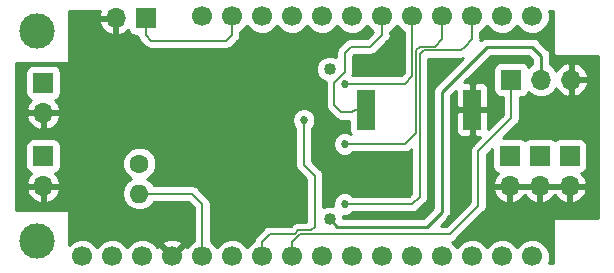
<source format=gbr>
G04 #@! TF.GenerationSoftware,KiCad,Pcbnew,(5.0.0-rc2-dev-444-g2974a2c10)*
G04 #@! TF.CreationDate,2018-10-05T22:12:32-07:00*
G04 #@! TF.ProjectId,retro meter v03,726574726F206D65746572207630332E,v03*
G04 #@! TF.SameCoordinates,Original*
G04 #@! TF.FileFunction,Copper,L2,Bot,Signal*
G04 #@! TF.FilePolarity,Positive*
%FSLAX46Y46*%
G04 Gerber Fmt 4.6, Leading zero omitted, Abs format (unit mm)*
G04 Created by KiCad (PCBNEW (5.0.0-rc2-dev-444-g2974a2c10)) date 10/05/18 22:12:32*
%MOMM*%
%LPD*%
G01*
G04 APERTURE LIST*
%ADD10C,3.000000*%
%ADD11C,1.700000*%
%ADD12O,1.700000X1.700000*%
%ADD13R,1.700000X1.700000*%
%ADD14C,1.600000*%
%ADD15O,1.600000X1.600000*%
%ADD16R,1.500000X3.400000*%
%ADD17C,0.685800*%
%ADD18C,1.016000*%
%ADD19C,0.152400*%
%ADD20C,0.254000*%
G04 APERTURE END LIST*
D10*
X105404800Y-95245000D03*
X105404800Y-113025000D03*
D11*
X147314800Y-93975000D03*
X144774800Y-93975000D03*
X142234800Y-93975000D03*
X139694800Y-93975000D03*
X137154800Y-93975000D03*
X134614800Y-93975000D03*
X132074800Y-93975000D03*
X129534800Y-93975000D03*
X126994800Y-93975000D03*
X124454800Y-93975000D03*
X121914800Y-93975000D03*
X119374800Y-93975000D03*
X147314800Y-114295000D03*
X144774800Y-114295000D03*
X142234800Y-114295000D03*
X139694800Y-114295000D03*
X137154800Y-114295000D03*
X134614800Y-114295000D03*
X132074800Y-114295000D03*
X129534800Y-114295000D03*
X126994800Y-114295000D03*
X124454800Y-114295000D03*
X121914800Y-114295000D03*
X119374800Y-114295000D03*
X116834800Y-114295000D03*
X114294800Y-114295000D03*
X111754800Y-114295000D03*
X109214800Y-114295000D03*
D12*
X105918000Y-102108000D03*
D13*
X105918000Y-99568000D03*
X114604800Y-94135000D03*
D12*
X112064800Y-94135000D03*
X150495000Y-108331000D03*
D13*
X150495000Y-105791000D03*
D12*
X150622000Y-99314000D03*
X148082000Y-99314000D03*
D13*
X145542000Y-99314000D03*
D12*
X105918000Y-108331000D03*
D13*
X105918000Y-105791000D03*
X145415000Y-105791000D03*
D12*
X145415000Y-108331000D03*
X147955000Y-108331000D03*
D13*
X147955000Y-105791000D03*
D14*
X114046000Y-106426000D03*
D15*
X114046000Y-108966000D03*
D16*
X142240000Y-101854000D03*
X133223000Y-101854000D03*
D17*
X122555000Y-102235000D03*
X140335000Y-111125000D03*
X139065000Y-99060000D03*
X135890000Y-95885000D03*
X125222000Y-99949000D03*
X129108200Y-101269800D03*
D18*
X130175000Y-98425000D03*
X130175000Y-111125000D03*
D17*
X131445000Y-109855000D03*
X127990600Y-102743000D03*
X131445000Y-99695000D03*
X131445000Y-104775000D03*
D19*
X114604800Y-94135000D02*
X114604800Y-95554800D01*
X114604800Y-95554800D02*
X115062000Y-96012000D01*
X115062000Y-96012000D02*
X121412000Y-96012000D01*
X121914800Y-95509200D02*
X121914800Y-93975000D01*
X121412000Y-96012000D02*
X121914800Y-95509200D01*
D20*
X130175000Y-98425000D02*
X130175000Y-98425000D01*
X130810000Y-111760000D02*
X130175000Y-111125000D01*
X138430000Y-111760000D02*
X130810000Y-111760000D01*
X148082000Y-97282000D02*
X147320000Y-96520000D01*
X148082000Y-99314000D02*
X148082000Y-97282000D01*
X147320000Y-96520000D02*
X143510000Y-96520000D01*
X143510000Y-96520000D02*
X139700000Y-100330000D01*
X139700000Y-100330000D02*
X139700000Y-110490000D01*
X139700000Y-110490000D02*
X138430000Y-111760000D01*
D19*
X119374800Y-114295000D02*
X119374800Y-113035200D01*
X119374800Y-113035200D02*
X119380000Y-113030000D01*
X119380000Y-113030000D02*
X119380000Y-109855000D01*
X118491000Y-108966000D02*
X114046000Y-108966000D01*
X119380000Y-109855000D02*
X118491000Y-108966000D01*
X142234800Y-93975000D02*
X142234800Y-95890200D01*
X142234800Y-95890200D02*
X141605000Y-96520000D01*
X141605000Y-96520000D02*
X141300190Y-96824810D01*
X141300190Y-96824810D02*
X138125190Y-96824810D01*
X138125190Y-96824810D02*
X137795000Y-97155000D01*
X137795000Y-97155000D02*
X137795000Y-103936066D01*
X137795000Y-103936066D02*
X137795000Y-109220000D01*
X137795000Y-109220000D02*
X137160000Y-109855000D01*
X137160000Y-109855000D02*
X131445000Y-109855000D01*
X127990600Y-106527600D02*
X127990600Y-102743000D01*
X128905000Y-107442000D02*
X127990600Y-106527600D01*
X128905000Y-111760000D02*
X128905000Y-107442000D01*
X124454800Y-113035200D02*
X125095000Y-112395000D01*
X124454800Y-114295000D02*
X124454800Y-113035200D01*
X125095000Y-112395000D02*
X127203934Y-112395000D01*
X127203934Y-112395000D02*
X127508743Y-112090191D01*
X127508743Y-112090191D02*
X128574809Y-112090191D01*
X128574809Y-112090191D02*
X128905000Y-111760000D01*
X134614800Y-95498800D02*
X134614800Y-93975000D01*
X133604000Y-96520000D02*
X134620000Y-95504000D01*
X131953000Y-96520000D02*
X133604000Y-96520000D01*
X130556000Y-101473000D02*
X130556000Y-99568000D01*
X130556000Y-99568000D02*
X131445000Y-98679000D01*
X131445000Y-98679000D02*
X131445000Y-97028000D01*
X134620000Y-95504000D02*
X134614800Y-95498800D01*
X131445000Y-97028000D02*
X131953000Y-96520000D01*
X132320600Y-101854000D02*
X132092000Y-102082600D01*
X133223000Y-101854000D02*
X132320600Y-101854000D01*
X131165600Y-102082600D02*
X130556000Y-101473000D01*
X132092000Y-102082600D02*
X131165600Y-102082600D01*
X137154800Y-93975000D02*
X137154800Y-95177081D01*
X137154800Y-95177081D02*
X137154800Y-99054800D01*
X137154800Y-99054800D02*
X136525000Y-99684600D01*
X136525000Y-99684600D02*
X131455400Y-99684600D01*
X139694800Y-95244800D02*
X139694800Y-93975000D01*
X139694800Y-95879800D02*
X139694800Y-95244800D01*
X139700000Y-95885000D02*
X139694800Y-95879800D01*
X139700000Y-95885000D02*
X139065000Y-96520000D01*
X139065000Y-96520000D02*
X138430000Y-96520000D01*
X137795000Y-96520000D02*
X137459610Y-96855390D01*
X138430000Y-96520000D02*
X137795000Y-96520000D01*
X137459610Y-96855390D02*
X137459610Y-103840390D01*
X137459610Y-103840390D02*
X136525000Y-104775000D01*
X136525000Y-104775000D02*
X131445000Y-104775000D01*
X131445000Y-104775000D02*
X131445000Y-104775000D01*
X145542000Y-102184200D02*
X145542000Y-99314000D01*
X145542000Y-102590600D02*
X145542000Y-102184200D01*
X126994800Y-113035200D02*
X127635000Y-112395000D01*
X126994800Y-114295000D02*
X126994800Y-113035200D01*
X127635000Y-112395000D02*
X140335000Y-112395000D01*
X140335000Y-112395000D02*
X142748000Y-109982000D01*
X142748000Y-109982000D02*
X142748000Y-105384600D01*
X142748000Y-105384600D02*
X145542000Y-102590600D01*
D20*
G36*
X149098000Y-97155000D02*
X149107667Y-97203601D01*
X149135197Y-97244803D01*
X149176399Y-97272333D01*
X149225000Y-97282000D01*
X152908000Y-97282000D01*
X152908000Y-110998000D01*
X149225000Y-110998000D01*
X149176399Y-111007667D01*
X149135197Y-111035197D01*
X149107667Y-111076399D01*
X149098000Y-111125000D01*
X149098000Y-114808000D01*
X148709661Y-114808000D01*
X148799800Y-114590385D01*
X148799800Y-113999615D01*
X148573722Y-113453815D01*
X148155985Y-113036078D01*
X147610185Y-112810000D01*
X147019415Y-112810000D01*
X146473615Y-113036078D01*
X146055878Y-113453815D01*
X146044800Y-113480560D01*
X146033722Y-113453815D01*
X145615985Y-113036078D01*
X145070185Y-112810000D01*
X144479415Y-112810000D01*
X143933615Y-113036078D01*
X143515878Y-113453815D01*
X143504800Y-113480560D01*
X143493722Y-113453815D01*
X143075985Y-113036078D01*
X142530185Y-112810000D01*
X141939415Y-112810000D01*
X141393615Y-113036078D01*
X140975878Y-113453815D01*
X140964800Y-113480560D01*
X140953722Y-113453815D01*
X140572749Y-113072842D01*
X140612496Y-113064936D01*
X140847746Y-112907746D01*
X140887424Y-112848364D01*
X143201369Y-110534420D01*
X143260745Y-110494746D01*
X143300420Y-110435369D01*
X143300424Y-110435365D01*
X143417935Y-110259498D01*
X143417935Y-110259497D01*
X143417936Y-110259496D01*
X143459200Y-110052046D01*
X143459200Y-110052043D01*
X143473132Y-109982001D01*
X143459200Y-109911959D01*
X143459200Y-108687890D01*
X143973524Y-108687890D01*
X144143355Y-109097924D01*
X144533642Y-109526183D01*
X145058108Y-109772486D01*
X145288000Y-109651819D01*
X145288000Y-108458000D01*
X145542000Y-108458000D01*
X145542000Y-109651819D01*
X145771892Y-109772486D01*
X146296358Y-109526183D01*
X146685000Y-109099729D01*
X147073642Y-109526183D01*
X147598108Y-109772486D01*
X147828000Y-109651819D01*
X147828000Y-108458000D01*
X148082000Y-108458000D01*
X148082000Y-109651819D01*
X148311892Y-109772486D01*
X148836358Y-109526183D01*
X149225000Y-109099729D01*
X149613642Y-109526183D01*
X150138108Y-109772486D01*
X150368000Y-109651819D01*
X150368000Y-108458000D01*
X150622000Y-108458000D01*
X150622000Y-109651819D01*
X150851892Y-109772486D01*
X151376358Y-109526183D01*
X151766645Y-109097924D01*
X151936476Y-108687890D01*
X151815155Y-108458000D01*
X150622000Y-108458000D01*
X150368000Y-108458000D01*
X148082000Y-108458000D01*
X147828000Y-108458000D01*
X145542000Y-108458000D01*
X145288000Y-108458000D01*
X144094845Y-108458000D01*
X143973524Y-108687890D01*
X143459200Y-108687890D01*
X143459200Y-105679188D01*
X143917560Y-105220828D01*
X143917560Y-106641000D01*
X143966843Y-106888765D01*
X144107191Y-107098809D01*
X144317235Y-107239157D01*
X144420708Y-107259739D01*
X144143355Y-107564076D01*
X143973524Y-107974110D01*
X144094845Y-108204000D01*
X145288000Y-108204000D01*
X145288000Y-108184000D01*
X145542000Y-108184000D01*
X145542000Y-108204000D01*
X147828000Y-108204000D01*
X147828000Y-108184000D01*
X148082000Y-108184000D01*
X148082000Y-108204000D01*
X150368000Y-108204000D01*
X150368000Y-108184000D01*
X150622000Y-108184000D01*
X150622000Y-108204000D01*
X151815155Y-108204000D01*
X151936476Y-107974110D01*
X151766645Y-107564076D01*
X151489292Y-107259739D01*
X151592765Y-107239157D01*
X151802809Y-107098809D01*
X151943157Y-106888765D01*
X151992440Y-106641000D01*
X151992440Y-104941000D01*
X151943157Y-104693235D01*
X151802809Y-104483191D01*
X151592765Y-104342843D01*
X151345000Y-104293560D01*
X149645000Y-104293560D01*
X149397235Y-104342843D01*
X149225000Y-104457928D01*
X149052765Y-104342843D01*
X148805000Y-104293560D01*
X147105000Y-104293560D01*
X146857235Y-104342843D01*
X146685000Y-104457928D01*
X146512765Y-104342843D01*
X146265000Y-104293560D01*
X144844829Y-104293560D01*
X145995369Y-103143020D01*
X146054745Y-103103346D01*
X146094420Y-103043969D01*
X146094424Y-103043965D01*
X146189232Y-102902074D01*
X146211936Y-102868096D01*
X146253200Y-102660646D01*
X146253200Y-102660642D01*
X146267132Y-102590600D01*
X146253200Y-102520558D01*
X146253200Y-100811440D01*
X146392000Y-100811440D01*
X146639765Y-100762157D01*
X146849809Y-100621809D01*
X146990157Y-100411765D01*
X146999184Y-100366381D01*
X147011375Y-100384625D01*
X147502582Y-100712839D01*
X147935744Y-100799000D01*
X148228256Y-100799000D01*
X148661418Y-100712839D01*
X149152625Y-100384625D01*
X149365843Y-100065522D01*
X149426817Y-100195358D01*
X149855076Y-100585645D01*
X150265110Y-100755476D01*
X150495000Y-100634155D01*
X150495000Y-99441000D01*
X150749000Y-99441000D01*
X150749000Y-100634155D01*
X150978890Y-100755476D01*
X151388924Y-100585645D01*
X151817183Y-100195358D01*
X152063486Y-99670892D01*
X151942819Y-99441000D01*
X150749000Y-99441000D01*
X150495000Y-99441000D01*
X150475000Y-99441000D01*
X150475000Y-99187000D01*
X150495000Y-99187000D01*
X150495000Y-97993845D01*
X150749000Y-97993845D01*
X150749000Y-99187000D01*
X151942819Y-99187000D01*
X152063486Y-98957108D01*
X151817183Y-98432642D01*
X151388924Y-98042355D01*
X150978890Y-97872524D01*
X150749000Y-97993845D01*
X150495000Y-97993845D01*
X150265110Y-97872524D01*
X149855076Y-98042355D01*
X149426817Y-98432642D01*
X149365843Y-98562478D01*
X149152625Y-98243375D01*
X148844000Y-98037158D01*
X148844000Y-97357047D01*
X148858928Y-97282000D01*
X148823185Y-97102308D01*
X148799788Y-96984683D01*
X148631371Y-96732629D01*
X148567749Y-96690118D01*
X147911883Y-96034253D01*
X147869371Y-95970629D01*
X147617317Y-95802212D01*
X147395048Y-95758000D01*
X147395043Y-95758000D01*
X147320000Y-95743073D01*
X147244957Y-95758000D01*
X143585047Y-95758000D01*
X143510000Y-95743072D01*
X143434953Y-95758000D01*
X143434952Y-95758000D01*
X143212683Y-95802212D01*
X142960629Y-95970629D01*
X142936858Y-96006204D01*
X142946000Y-95960246D01*
X142946000Y-95960242D01*
X142959932Y-95890200D01*
X142946000Y-95820158D01*
X142946000Y-95287764D01*
X143075985Y-95233922D01*
X143493722Y-94816185D01*
X143504800Y-94789440D01*
X143515878Y-94816185D01*
X143933615Y-95233922D01*
X144479415Y-95460000D01*
X145070185Y-95460000D01*
X145615985Y-95233922D01*
X146033722Y-94816185D01*
X146044800Y-94789440D01*
X146055878Y-94816185D01*
X146473615Y-95233922D01*
X147019415Y-95460000D01*
X147610185Y-95460000D01*
X148155985Y-95233922D01*
X148573722Y-94816185D01*
X148799800Y-94270385D01*
X148799800Y-93679615D01*
X148713803Y-93472000D01*
X149098000Y-93472000D01*
X149098000Y-97155000D01*
X149098000Y-97155000D01*
G37*
X149098000Y-97155000D02*
X149107667Y-97203601D01*
X149135197Y-97244803D01*
X149176399Y-97272333D01*
X149225000Y-97282000D01*
X152908000Y-97282000D01*
X152908000Y-110998000D01*
X149225000Y-110998000D01*
X149176399Y-111007667D01*
X149135197Y-111035197D01*
X149107667Y-111076399D01*
X149098000Y-111125000D01*
X149098000Y-114808000D01*
X148709661Y-114808000D01*
X148799800Y-114590385D01*
X148799800Y-113999615D01*
X148573722Y-113453815D01*
X148155985Y-113036078D01*
X147610185Y-112810000D01*
X147019415Y-112810000D01*
X146473615Y-113036078D01*
X146055878Y-113453815D01*
X146044800Y-113480560D01*
X146033722Y-113453815D01*
X145615985Y-113036078D01*
X145070185Y-112810000D01*
X144479415Y-112810000D01*
X143933615Y-113036078D01*
X143515878Y-113453815D01*
X143504800Y-113480560D01*
X143493722Y-113453815D01*
X143075985Y-113036078D01*
X142530185Y-112810000D01*
X141939415Y-112810000D01*
X141393615Y-113036078D01*
X140975878Y-113453815D01*
X140964800Y-113480560D01*
X140953722Y-113453815D01*
X140572749Y-113072842D01*
X140612496Y-113064936D01*
X140847746Y-112907746D01*
X140887424Y-112848364D01*
X143201369Y-110534420D01*
X143260745Y-110494746D01*
X143300420Y-110435369D01*
X143300424Y-110435365D01*
X143417935Y-110259498D01*
X143417935Y-110259497D01*
X143417936Y-110259496D01*
X143459200Y-110052046D01*
X143459200Y-110052043D01*
X143473132Y-109982001D01*
X143459200Y-109911959D01*
X143459200Y-108687890D01*
X143973524Y-108687890D01*
X144143355Y-109097924D01*
X144533642Y-109526183D01*
X145058108Y-109772486D01*
X145288000Y-109651819D01*
X145288000Y-108458000D01*
X145542000Y-108458000D01*
X145542000Y-109651819D01*
X145771892Y-109772486D01*
X146296358Y-109526183D01*
X146685000Y-109099729D01*
X147073642Y-109526183D01*
X147598108Y-109772486D01*
X147828000Y-109651819D01*
X147828000Y-108458000D01*
X148082000Y-108458000D01*
X148082000Y-109651819D01*
X148311892Y-109772486D01*
X148836358Y-109526183D01*
X149225000Y-109099729D01*
X149613642Y-109526183D01*
X150138108Y-109772486D01*
X150368000Y-109651819D01*
X150368000Y-108458000D01*
X150622000Y-108458000D01*
X150622000Y-109651819D01*
X150851892Y-109772486D01*
X151376358Y-109526183D01*
X151766645Y-109097924D01*
X151936476Y-108687890D01*
X151815155Y-108458000D01*
X150622000Y-108458000D01*
X150368000Y-108458000D01*
X148082000Y-108458000D01*
X147828000Y-108458000D01*
X145542000Y-108458000D01*
X145288000Y-108458000D01*
X144094845Y-108458000D01*
X143973524Y-108687890D01*
X143459200Y-108687890D01*
X143459200Y-105679188D01*
X143917560Y-105220828D01*
X143917560Y-106641000D01*
X143966843Y-106888765D01*
X144107191Y-107098809D01*
X144317235Y-107239157D01*
X144420708Y-107259739D01*
X144143355Y-107564076D01*
X143973524Y-107974110D01*
X144094845Y-108204000D01*
X145288000Y-108204000D01*
X145288000Y-108184000D01*
X145542000Y-108184000D01*
X145542000Y-108204000D01*
X147828000Y-108204000D01*
X147828000Y-108184000D01*
X148082000Y-108184000D01*
X148082000Y-108204000D01*
X150368000Y-108204000D01*
X150368000Y-108184000D01*
X150622000Y-108184000D01*
X150622000Y-108204000D01*
X151815155Y-108204000D01*
X151936476Y-107974110D01*
X151766645Y-107564076D01*
X151489292Y-107259739D01*
X151592765Y-107239157D01*
X151802809Y-107098809D01*
X151943157Y-106888765D01*
X151992440Y-106641000D01*
X151992440Y-104941000D01*
X151943157Y-104693235D01*
X151802809Y-104483191D01*
X151592765Y-104342843D01*
X151345000Y-104293560D01*
X149645000Y-104293560D01*
X149397235Y-104342843D01*
X149225000Y-104457928D01*
X149052765Y-104342843D01*
X148805000Y-104293560D01*
X147105000Y-104293560D01*
X146857235Y-104342843D01*
X146685000Y-104457928D01*
X146512765Y-104342843D01*
X146265000Y-104293560D01*
X144844829Y-104293560D01*
X145995369Y-103143020D01*
X146054745Y-103103346D01*
X146094420Y-103043969D01*
X146094424Y-103043965D01*
X146189232Y-102902074D01*
X146211936Y-102868096D01*
X146253200Y-102660646D01*
X146253200Y-102660642D01*
X146267132Y-102590600D01*
X146253200Y-102520558D01*
X146253200Y-100811440D01*
X146392000Y-100811440D01*
X146639765Y-100762157D01*
X146849809Y-100621809D01*
X146990157Y-100411765D01*
X146999184Y-100366381D01*
X147011375Y-100384625D01*
X147502582Y-100712839D01*
X147935744Y-100799000D01*
X148228256Y-100799000D01*
X148661418Y-100712839D01*
X149152625Y-100384625D01*
X149365843Y-100065522D01*
X149426817Y-100195358D01*
X149855076Y-100585645D01*
X150265110Y-100755476D01*
X150495000Y-100634155D01*
X150495000Y-99441000D01*
X150749000Y-99441000D01*
X150749000Y-100634155D01*
X150978890Y-100755476D01*
X151388924Y-100585645D01*
X151817183Y-100195358D01*
X152063486Y-99670892D01*
X151942819Y-99441000D01*
X150749000Y-99441000D01*
X150495000Y-99441000D01*
X150475000Y-99441000D01*
X150475000Y-99187000D01*
X150495000Y-99187000D01*
X150495000Y-97993845D01*
X150749000Y-97993845D01*
X150749000Y-99187000D01*
X151942819Y-99187000D01*
X152063486Y-98957108D01*
X151817183Y-98432642D01*
X151388924Y-98042355D01*
X150978890Y-97872524D01*
X150749000Y-97993845D01*
X150495000Y-97993845D01*
X150265110Y-97872524D01*
X149855076Y-98042355D01*
X149426817Y-98432642D01*
X149365843Y-98562478D01*
X149152625Y-98243375D01*
X148844000Y-98037158D01*
X148844000Y-97357047D01*
X148858928Y-97282000D01*
X148823185Y-97102308D01*
X148799788Y-96984683D01*
X148631371Y-96732629D01*
X148567749Y-96690118D01*
X147911883Y-96034253D01*
X147869371Y-95970629D01*
X147617317Y-95802212D01*
X147395048Y-95758000D01*
X147395043Y-95758000D01*
X147320000Y-95743073D01*
X147244957Y-95758000D01*
X143585047Y-95758000D01*
X143510000Y-95743072D01*
X143434953Y-95758000D01*
X143434952Y-95758000D01*
X143212683Y-95802212D01*
X142960629Y-95970629D01*
X142936858Y-96006204D01*
X142946000Y-95960246D01*
X142946000Y-95960242D01*
X142959932Y-95890200D01*
X142946000Y-95820158D01*
X142946000Y-95287764D01*
X143075985Y-95233922D01*
X143493722Y-94816185D01*
X143504800Y-94789440D01*
X143515878Y-94816185D01*
X143933615Y-95233922D01*
X144479415Y-95460000D01*
X145070185Y-95460000D01*
X145615985Y-95233922D01*
X146033722Y-94816185D01*
X146044800Y-94789440D01*
X146055878Y-94816185D01*
X146473615Y-95233922D01*
X147019415Y-95460000D01*
X147610185Y-95460000D01*
X148155985Y-95233922D01*
X148573722Y-94816185D01*
X148799800Y-94270385D01*
X148799800Y-93679615D01*
X148713803Y-93472000D01*
X149098000Y-93472000D01*
X149098000Y-97155000D01*
G36*
X110623314Y-93778108D02*
X110743981Y-94008000D01*
X111937800Y-94008000D01*
X111937800Y-93988000D01*
X112191800Y-93988000D01*
X112191800Y-94008000D01*
X112211800Y-94008000D01*
X112211800Y-94262000D01*
X112191800Y-94262000D01*
X112191800Y-95455155D01*
X112421690Y-95576476D01*
X112831724Y-95406645D01*
X113136061Y-95129292D01*
X113156643Y-95232765D01*
X113296991Y-95442809D01*
X113507035Y-95583157D01*
X113754800Y-95632440D01*
X113895111Y-95632440D01*
X113934865Y-95832296D01*
X114052376Y-96008164D01*
X114052379Y-96008167D01*
X114092055Y-96067546D01*
X114151434Y-96107222D01*
X114509578Y-96465366D01*
X114549254Y-96524746D01*
X114608633Y-96564422D01*
X114608635Y-96564424D01*
X114784502Y-96681935D01*
X114784503Y-96681935D01*
X114784504Y-96681936D01*
X114991954Y-96723200D01*
X114991957Y-96723200D01*
X115061999Y-96737132D01*
X115132041Y-96723200D01*
X121341959Y-96723200D01*
X121412000Y-96737132D01*
X121482041Y-96723200D01*
X121482046Y-96723200D01*
X121689496Y-96681936D01*
X121924746Y-96524746D01*
X121964424Y-96465364D01*
X122368168Y-96061620D01*
X122427545Y-96021946D01*
X122467220Y-95962569D01*
X122467224Y-95962565D01*
X122574368Y-95802212D01*
X122584736Y-95786696D01*
X122626000Y-95579246D01*
X122626000Y-95579242D01*
X122639932Y-95509200D01*
X122626000Y-95439158D01*
X122626000Y-95287764D01*
X122755985Y-95233922D01*
X123173722Y-94816185D01*
X123184800Y-94789440D01*
X123195878Y-94816185D01*
X123613615Y-95233922D01*
X124159415Y-95460000D01*
X124750185Y-95460000D01*
X125295985Y-95233922D01*
X125713722Y-94816185D01*
X125724800Y-94789440D01*
X125735878Y-94816185D01*
X126153615Y-95233922D01*
X126699415Y-95460000D01*
X127290185Y-95460000D01*
X127835985Y-95233922D01*
X128253722Y-94816185D01*
X128264800Y-94789440D01*
X128275878Y-94816185D01*
X128693615Y-95233922D01*
X129239415Y-95460000D01*
X129830185Y-95460000D01*
X130375985Y-95233922D01*
X130793722Y-94816185D01*
X130804800Y-94789440D01*
X130815878Y-94816185D01*
X131233615Y-95233922D01*
X131779415Y-95460000D01*
X132370185Y-95460000D01*
X132915985Y-95233922D01*
X133333722Y-94816185D01*
X133344800Y-94789440D01*
X133355878Y-94816185D01*
X133773615Y-95233922D01*
X133851874Y-95266338D01*
X133309412Y-95808800D01*
X132023041Y-95808800D01*
X131952999Y-95794868D01*
X131882957Y-95808800D01*
X131882954Y-95808800D01*
X131675504Y-95850064D01*
X131675503Y-95850065D01*
X131675502Y-95850065D01*
X131597456Y-95902214D01*
X131440254Y-96007254D01*
X131400576Y-96066636D01*
X130991634Y-96475578D01*
X130932255Y-96515254D01*
X130892579Y-96574633D01*
X130892576Y-96574636D01*
X130775065Y-96750504D01*
X130719868Y-97028000D01*
X130733801Y-97098046D01*
X130733801Y-97419288D01*
X130402357Y-97282000D01*
X129947643Y-97282000D01*
X129527542Y-97456011D01*
X129206011Y-97777542D01*
X129032000Y-98197643D01*
X129032000Y-98652357D01*
X129206011Y-99072458D01*
X129527542Y-99393989D01*
X129839757Y-99523312D01*
X129830868Y-99568000D01*
X129844801Y-99638046D01*
X129844800Y-101402958D01*
X129830868Y-101473000D01*
X129844800Y-101543041D01*
X129844800Y-101543045D01*
X129886064Y-101750495D01*
X129886065Y-101750496D01*
X130003576Y-101926364D01*
X130003578Y-101926366D01*
X130043254Y-101985745D01*
X130102633Y-102025422D01*
X130613178Y-102535967D01*
X130652854Y-102595346D01*
X130712233Y-102635022D01*
X130712235Y-102635024D01*
X130804907Y-102696945D01*
X130888104Y-102752536D01*
X131095554Y-102793800D01*
X131095558Y-102793800D01*
X131165600Y-102807732D01*
X131235642Y-102793800D01*
X131825560Y-102793800D01*
X131825560Y-103554000D01*
X131874843Y-103801765D01*
X131960590Y-103930094D01*
X131639516Y-103797100D01*
X131250484Y-103797100D01*
X130891064Y-103945977D01*
X130615977Y-104221064D01*
X130467100Y-104580484D01*
X130467100Y-104969516D01*
X130615977Y-105328936D01*
X130891064Y-105604023D01*
X131250484Y-105752900D01*
X131639516Y-105752900D01*
X131998936Y-105604023D01*
X132116759Y-105486200D01*
X136454959Y-105486200D01*
X136525000Y-105500132D01*
X136595041Y-105486200D01*
X136595046Y-105486200D01*
X136802496Y-105444936D01*
X137037746Y-105287746D01*
X137077424Y-105228364D01*
X137083800Y-105221988D01*
X137083801Y-108925410D01*
X136865412Y-109143800D01*
X132116759Y-109143800D01*
X131998936Y-109025977D01*
X131639516Y-108877100D01*
X131250484Y-108877100D01*
X130891064Y-109025977D01*
X130615977Y-109301064D01*
X130467100Y-109660484D01*
X130467100Y-110008817D01*
X130402357Y-109982000D01*
X129947643Y-109982000D01*
X129616200Y-110119288D01*
X129616200Y-107512042D01*
X129630132Y-107442000D01*
X129616200Y-107371958D01*
X129616200Y-107371954D01*
X129574936Y-107164504D01*
X129491975Y-107040345D01*
X129457424Y-106988635D01*
X129457422Y-106988633D01*
X129417746Y-106929254D01*
X129358367Y-106889578D01*
X128701800Y-106233012D01*
X128701800Y-103414759D01*
X128819623Y-103296936D01*
X128968500Y-102937516D01*
X128968500Y-102548484D01*
X128819623Y-102189064D01*
X128544536Y-101913977D01*
X128185116Y-101765100D01*
X127796084Y-101765100D01*
X127436664Y-101913977D01*
X127161577Y-102189064D01*
X127012700Y-102548484D01*
X127012700Y-102937516D01*
X127161577Y-103296936D01*
X127279401Y-103414760D01*
X127279400Y-106457558D01*
X127265468Y-106527600D01*
X127279400Y-106597641D01*
X127279400Y-106597645D01*
X127320664Y-106805095D01*
X127320665Y-106805096D01*
X127438176Y-106980964D01*
X127438178Y-106980966D01*
X127477854Y-107040345D01*
X127537234Y-107080022D01*
X128193801Y-107736590D01*
X128193800Y-111378991D01*
X127578784Y-111378991D01*
X127508742Y-111365059D01*
X127438700Y-111378991D01*
X127438697Y-111378991D01*
X127231247Y-111420255D01*
X127231246Y-111420256D01*
X127231245Y-111420256D01*
X127228161Y-111422317D01*
X126995997Y-111577445D01*
X126956319Y-111636827D01*
X126909346Y-111683800D01*
X125165042Y-111683800D01*
X125095000Y-111669868D01*
X125024958Y-111683800D01*
X125024954Y-111683800D01*
X124817504Y-111725064D01*
X124817502Y-111725065D01*
X124817503Y-111725065D01*
X124641635Y-111842576D01*
X124641633Y-111842578D01*
X124582254Y-111882254D01*
X124542578Y-111941633D01*
X124001434Y-112482778D01*
X123942055Y-112522454D01*
X123902379Y-112581833D01*
X123902376Y-112581836D01*
X123784865Y-112757704D01*
X123739898Y-112983770D01*
X123613615Y-113036078D01*
X123195878Y-113453815D01*
X123184800Y-113480560D01*
X123173722Y-113453815D01*
X122755985Y-113036078D01*
X122210185Y-112810000D01*
X121619415Y-112810000D01*
X121073615Y-113036078D01*
X120655878Y-113453815D01*
X120644800Y-113480560D01*
X120633722Y-113453815D01*
X120215985Y-113036078D01*
X120096496Y-112986584D01*
X120091200Y-112959958D01*
X120091200Y-109925042D01*
X120105132Y-109855000D01*
X120091200Y-109784958D01*
X120091200Y-109784954D01*
X120049936Y-109577504D01*
X119977605Y-109469254D01*
X119932424Y-109401635D01*
X119932422Y-109401633D01*
X119892746Y-109342254D01*
X119833367Y-109302578D01*
X119043424Y-108512636D01*
X119003746Y-108453254D01*
X118768496Y-108296064D01*
X118561046Y-108254800D01*
X118561041Y-108254800D01*
X118491000Y-108240868D01*
X118420959Y-108254800D01*
X115296651Y-108254800D01*
X115080577Y-107931423D01*
X114728832Y-107696394D01*
X114858862Y-107642534D01*
X115262534Y-107238862D01*
X115481000Y-106711439D01*
X115481000Y-106140561D01*
X115262534Y-105613138D01*
X114858862Y-105209466D01*
X114331439Y-104991000D01*
X113760561Y-104991000D01*
X113233138Y-105209466D01*
X112829466Y-105613138D01*
X112611000Y-106140561D01*
X112611000Y-106711439D01*
X112829466Y-107238862D01*
X113233138Y-107642534D01*
X113363168Y-107696394D01*
X113011423Y-107931423D01*
X112694260Y-108406091D01*
X112582887Y-108966000D01*
X112694260Y-109525909D01*
X113011423Y-110000577D01*
X113486091Y-110317740D01*
X113904667Y-110401000D01*
X114187333Y-110401000D01*
X114605909Y-110317740D01*
X115080577Y-110000577D01*
X115296651Y-109677200D01*
X118196412Y-109677200D01*
X118668801Y-110149590D01*
X118668800Y-112939016D01*
X118659898Y-112983770D01*
X118533615Y-113036078D01*
X118115878Y-113453815D01*
X118096645Y-113500247D01*
X117878758Y-113430647D01*
X117014405Y-114295000D01*
X117028548Y-114309143D01*
X116848943Y-114488748D01*
X116834800Y-114474605D01*
X116820658Y-114488748D01*
X116641053Y-114309143D01*
X116655195Y-114295000D01*
X115790842Y-113430647D01*
X115572955Y-113500247D01*
X115553722Y-113453815D01*
X115350949Y-113251042D01*
X115970447Y-113251042D01*
X116834800Y-114115395D01*
X117699153Y-113251042D01*
X117618880Y-112999741D01*
X117063521Y-112798282D01*
X116473342Y-112824685D01*
X116050720Y-112999741D01*
X115970447Y-113251042D01*
X115350949Y-113251042D01*
X115135985Y-113036078D01*
X114590185Y-112810000D01*
X113999415Y-112810000D01*
X113453615Y-113036078D01*
X113035878Y-113453815D01*
X113024800Y-113480560D01*
X113013722Y-113453815D01*
X112595985Y-113036078D01*
X112050185Y-112810000D01*
X111459415Y-112810000D01*
X110913615Y-113036078D01*
X110495878Y-113453815D01*
X110484800Y-113480560D01*
X110473722Y-113453815D01*
X110055985Y-113036078D01*
X109510185Y-112810000D01*
X108919415Y-112810000D01*
X108373615Y-113036078D01*
X108077000Y-113332693D01*
X108077000Y-110490000D01*
X108067333Y-110441399D01*
X108039803Y-110400197D01*
X107998601Y-110372667D01*
X107950000Y-110363000D01*
X103632000Y-110363000D01*
X103632000Y-108687890D01*
X104476524Y-108687890D01*
X104646355Y-109097924D01*
X105036642Y-109526183D01*
X105561108Y-109772486D01*
X105791000Y-109651819D01*
X105791000Y-108458000D01*
X106045000Y-108458000D01*
X106045000Y-109651819D01*
X106274892Y-109772486D01*
X106799358Y-109526183D01*
X107189645Y-109097924D01*
X107359476Y-108687890D01*
X107238155Y-108458000D01*
X106045000Y-108458000D01*
X105791000Y-108458000D01*
X104597845Y-108458000D01*
X104476524Y-108687890D01*
X103632000Y-108687890D01*
X103632000Y-104941000D01*
X104420560Y-104941000D01*
X104420560Y-106641000D01*
X104469843Y-106888765D01*
X104610191Y-107098809D01*
X104820235Y-107239157D01*
X104923708Y-107259739D01*
X104646355Y-107564076D01*
X104476524Y-107974110D01*
X104597845Y-108204000D01*
X105791000Y-108204000D01*
X105791000Y-108184000D01*
X106045000Y-108184000D01*
X106045000Y-108204000D01*
X107238155Y-108204000D01*
X107359476Y-107974110D01*
X107189645Y-107564076D01*
X106912292Y-107259739D01*
X107015765Y-107239157D01*
X107225809Y-107098809D01*
X107366157Y-106888765D01*
X107415440Y-106641000D01*
X107415440Y-104941000D01*
X107366157Y-104693235D01*
X107225809Y-104483191D01*
X107015765Y-104342843D01*
X106768000Y-104293560D01*
X105068000Y-104293560D01*
X104820235Y-104342843D01*
X104610191Y-104483191D01*
X104469843Y-104693235D01*
X104420560Y-104941000D01*
X103632000Y-104941000D01*
X103632000Y-102464890D01*
X104476524Y-102464890D01*
X104646355Y-102874924D01*
X105036642Y-103303183D01*
X105561108Y-103549486D01*
X105791000Y-103428819D01*
X105791000Y-102235000D01*
X106045000Y-102235000D01*
X106045000Y-103428819D01*
X106274892Y-103549486D01*
X106799358Y-103303183D01*
X107189645Y-102874924D01*
X107359476Y-102464890D01*
X107238155Y-102235000D01*
X106045000Y-102235000D01*
X105791000Y-102235000D01*
X104597845Y-102235000D01*
X104476524Y-102464890D01*
X103632000Y-102464890D01*
X103632000Y-98718000D01*
X104420560Y-98718000D01*
X104420560Y-100418000D01*
X104469843Y-100665765D01*
X104610191Y-100875809D01*
X104820235Y-101016157D01*
X104923708Y-101036739D01*
X104646355Y-101341076D01*
X104476524Y-101751110D01*
X104597845Y-101981000D01*
X105791000Y-101981000D01*
X105791000Y-101961000D01*
X106045000Y-101961000D01*
X106045000Y-101981000D01*
X107238155Y-101981000D01*
X107359476Y-101751110D01*
X107189645Y-101341076D01*
X106912292Y-101036739D01*
X107015765Y-101016157D01*
X107225809Y-100875809D01*
X107366157Y-100665765D01*
X107415440Y-100418000D01*
X107415440Y-98718000D01*
X107366157Y-98470235D01*
X107225809Y-98260191D01*
X107015765Y-98119843D01*
X106768000Y-98070560D01*
X105068000Y-98070560D01*
X104820235Y-98119843D01*
X104610191Y-98260191D01*
X104469843Y-98470235D01*
X104420560Y-98718000D01*
X103632000Y-98718000D01*
X103632000Y-97917000D01*
X107950000Y-97917000D01*
X107998601Y-97907333D01*
X108039803Y-97879803D01*
X108067333Y-97838601D01*
X108077000Y-97790000D01*
X108077000Y-94491892D01*
X110623314Y-94491892D01*
X110869617Y-95016358D01*
X111297876Y-95406645D01*
X111707910Y-95576476D01*
X111937800Y-95455155D01*
X111937800Y-94262000D01*
X110743981Y-94262000D01*
X110623314Y-94491892D01*
X108077000Y-94491892D01*
X108077000Y-93472000D01*
X110767070Y-93472000D01*
X110623314Y-93778108D01*
X110623314Y-93778108D01*
G37*
X110623314Y-93778108D02*
X110743981Y-94008000D01*
X111937800Y-94008000D01*
X111937800Y-93988000D01*
X112191800Y-93988000D01*
X112191800Y-94008000D01*
X112211800Y-94008000D01*
X112211800Y-94262000D01*
X112191800Y-94262000D01*
X112191800Y-95455155D01*
X112421690Y-95576476D01*
X112831724Y-95406645D01*
X113136061Y-95129292D01*
X113156643Y-95232765D01*
X113296991Y-95442809D01*
X113507035Y-95583157D01*
X113754800Y-95632440D01*
X113895111Y-95632440D01*
X113934865Y-95832296D01*
X114052376Y-96008164D01*
X114052379Y-96008167D01*
X114092055Y-96067546D01*
X114151434Y-96107222D01*
X114509578Y-96465366D01*
X114549254Y-96524746D01*
X114608633Y-96564422D01*
X114608635Y-96564424D01*
X114784502Y-96681935D01*
X114784503Y-96681935D01*
X114784504Y-96681936D01*
X114991954Y-96723200D01*
X114991957Y-96723200D01*
X115061999Y-96737132D01*
X115132041Y-96723200D01*
X121341959Y-96723200D01*
X121412000Y-96737132D01*
X121482041Y-96723200D01*
X121482046Y-96723200D01*
X121689496Y-96681936D01*
X121924746Y-96524746D01*
X121964424Y-96465364D01*
X122368168Y-96061620D01*
X122427545Y-96021946D01*
X122467220Y-95962569D01*
X122467224Y-95962565D01*
X122574368Y-95802212D01*
X122584736Y-95786696D01*
X122626000Y-95579246D01*
X122626000Y-95579242D01*
X122639932Y-95509200D01*
X122626000Y-95439158D01*
X122626000Y-95287764D01*
X122755985Y-95233922D01*
X123173722Y-94816185D01*
X123184800Y-94789440D01*
X123195878Y-94816185D01*
X123613615Y-95233922D01*
X124159415Y-95460000D01*
X124750185Y-95460000D01*
X125295985Y-95233922D01*
X125713722Y-94816185D01*
X125724800Y-94789440D01*
X125735878Y-94816185D01*
X126153615Y-95233922D01*
X126699415Y-95460000D01*
X127290185Y-95460000D01*
X127835985Y-95233922D01*
X128253722Y-94816185D01*
X128264800Y-94789440D01*
X128275878Y-94816185D01*
X128693615Y-95233922D01*
X129239415Y-95460000D01*
X129830185Y-95460000D01*
X130375985Y-95233922D01*
X130793722Y-94816185D01*
X130804800Y-94789440D01*
X130815878Y-94816185D01*
X131233615Y-95233922D01*
X131779415Y-95460000D01*
X132370185Y-95460000D01*
X132915985Y-95233922D01*
X133333722Y-94816185D01*
X133344800Y-94789440D01*
X133355878Y-94816185D01*
X133773615Y-95233922D01*
X133851874Y-95266338D01*
X133309412Y-95808800D01*
X132023041Y-95808800D01*
X131952999Y-95794868D01*
X131882957Y-95808800D01*
X131882954Y-95808800D01*
X131675504Y-95850064D01*
X131675503Y-95850065D01*
X131675502Y-95850065D01*
X131597456Y-95902214D01*
X131440254Y-96007254D01*
X131400576Y-96066636D01*
X130991634Y-96475578D01*
X130932255Y-96515254D01*
X130892579Y-96574633D01*
X130892576Y-96574636D01*
X130775065Y-96750504D01*
X130719868Y-97028000D01*
X130733801Y-97098046D01*
X130733801Y-97419288D01*
X130402357Y-97282000D01*
X129947643Y-97282000D01*
X129527542Y-97456011D01*
X129206011Y-97777542D01*
X129032000Y-98197643D01*
X129032000Y-98652357D01*
X129206011Y-99072458D01*
X129527542Y-99393989D01*
X129839757Y-99523312D01*
X129830868Y-99568000D01*
X129844801Y-99638046D01*
X129844800Y-101402958D01*
X129830868Y-101473000D01*
X129844800Y-101543041D01*
X129844800Y-101543045D01*
X129886064Y-101750495D01*
X129886065Y-101750496D01*
X130003576Y-101926364D01*
X130003578Y-101926366D01*
X130043254Y-101985745D01*
X130102633Y-102025422D01*
X130613178Y-102535967D01*
X130652854Y-102595346D01*
X130712233Y-102635022D01*
X130712235Y-102635024D01*
X130804907Y-102696945D01*
X130888104Y-102752536D01*
X131095554Y-102793800D01*
X131095558Y-102793800D01*
X131165600Y-102807732D01*
X131235642Y-102793800D01*
X131825560Y-102793800D01*
X131825560Y-103554000D01*
X131874843Y-103801765D01*
X131960590Y-103930094D01*
X131639516Y-103797100D01*
X131250484Y-103797100D01*
X130891064Y-103945977D01*
X130615977Y-104221064D01*
X130467100Y-104580484D01*
X130467100Y-104969516D01*
X130615977Y-105328936D01*
X130891064Y-105604023D01*
X131250484Y-105752900D01*
X131639516Y-105752900D01*
X131998936Y-105604023D01*
X132116759Y-105486200D01*
X136454959Y-105486200D01*
X136525000Y-105500132D01*
X136595041Y-105486200D01*
X136595046Y-105486200D01*
X136802496Y-105444936D01*
X137037746Y-105287746D01*
X137077424Y-105228364D01*
X137083800Y-105221988D01*
X137083801Y-108925410D01*
X136865412Y-109143800D01*
X132116759Y-109143800D01*
X131998936Y-109025977D01*
X131639516Y-108877100D01*
X131250484Y-108877100D01*
X130891064Y-109025977D01*
X130615977Y-109301064D01*
X130467100Y-109660484D01*
X130467100Y-110008817D01*
X130402357Y-109982000D01*
X129947643Y-109982000D01*
X129616200Y-110119288D01*
X129616200Y-107512042D01*
X129630132Y-107442000D01*
X129616200Y-107371958D01*
X129616200Y-107371954D01*
X129574936Y-107164504D01*
X129491975Y-107040345D01*
X129457424Y-106988635D01*
X129457422Y-106988633D01*
X129417746Y-106929254D01*
X129358367Y-106889578D01*
X128701800Y-106233012D01*
X128701800Y-103414759D01*
X128819623Y-103296936D01*
X128968500Y-102937516D01*
X128968500Y-102548484D01*
X128819623Y-102189064D01*
X128544536Y-101913977D01*
X128185116Y-101765100D01*
X127796084Y-101765100D01*
X127436664Y-101913977D01*
X127161577Y-102189064D01*
X127012700Y-102548484D01*
X127012700Y-102937516D01*
X127161577Y-103296936D01*
X127279401Y-103414760D01*
X127279400Y-106457558D01*
X127265468Y-106527600D01*
X127279400Y-106597641D01*
X127279400Y-106597645D01*
X127320664Y-106805095D01*
X127320665Y-106805096D01*
X127438176Y-106980964D01*
X127438178Y-106980966D01*
X127477854Y-107040345D01*
X127537234Y-107080022D01*
X128193801Y-107736590D01*
X128193800Y-111378991D01*
X127578784Y-111378991D01*
X127508742Y-111365059D01*
X127438700Y-111378991D01*
X127438697Y-111378991D01*
X127231247Y-111420255D01*
X127231246Y-111420256D01*
X127231245Y-111420256D01*
X127228161Y-111422317D01*
X126995997Y-111577445D01*
X126956319Y-111636827D01*
X126909346Y-111683800D01*
X125165042Y-111683800D01*
X125095000Y-111669868D01*
X125024958Y-111683800D01*
X125024954Y-111683800D01*
X124817504Y-111725064D01*
X124817502Y-111725065D01*
X124817503Y-111725065D01*
X124641635Y-111842576D01*
X124641633Y-111842578D01*
X124582254Y-111882254D01*
X124542578Y-111941633D01*
X124001434Y-112482778D01*
X123942055Y-112522454D01*
X123902379Y-112581833D01*
X123902376Y-112581836D01*
X123784865Y-112757704D01*
X123739898Y-112983770D01*
X123613615Y-113036078D01*
X123195878Y-113453815D01*
X123184800Y-113480560D01*
X123173722Y-113453815D01*
X122755985Y-113036078D01*
X122210185Y-112810000D01*
X121619415Y-112810000D01*
X121073615Y-113036078D01*
X120655878Y-113453815D01*
X120644800Y-113480560D01*
X120633722Y-113453815D01*
X120215985Y-113036078D01*
X120096496Y-112986584D01*
X120091200Y-112959958D01*
X120091200Y-109925042D01*
X120105132Y-109855000D01*
X120091200Y-109784958D01*
X120091200Y-109784954D01*
X120049936Y-109577504D01*
X119977605Y-109469254D01*
X119932424Y-109401635D01*
X119932422Y-109401633D01*
X119892746Y-109342254D01*
X119833367Y-109302578D01*
X119043424Y-108512636D01*
X119003746Y-108453254D01*
X118768496Y-108296064D01*
X118561046Y-108254800D01*
X118561041Y-108254800D01*
X118491000Y-108240868D01*
X118420959Y-108254800D01*
X115296651Y-108254800D01*
X115080577Y-107931423D01*
X114728832Y-107696394D01*
X114858862Y-107642534D01*
X115262534Y-107238862D01*
X115481000Y-106711439D01*
X115481000Y-106140561D01*
X115262534Y-105613138D01*
X114858862Y-105209466D01*
X114331439Y-104991000D01*
X113760561Y-104991000D01*
X113233138Y-105209466D01*
X112829466Y-105613138D01*
X112611000Y-106140561D01*
X112611000Y-106711439D01*
X112829466Y-107238862D01*
X113233138Y-107642534D01*
X113363168Y-107696394D01*
X113011423Y-107931423D01*
X112694260Y-108406091D01*
X112582887Y-108966000D01*
X112694260Y-109525909D01*
X113011423Y-110000577D01*
X113486091Y-110317740D01*
X113904667Y-110401000D01*
X114187333Y-110401000D01*
X114605909Y-110317740D01*
X115080577Y-110000577D01*
X115296651Y-109677200D01*
X118196412Y-109677200D01*
X118668801Y-110149590D01*
X118668800Y-112939016D01*
X118659898Y-112983770D01*
X118533615Y-113036078D01*
X118115878Y-113453815D01*
X118096645Y-113500247D01*
X117878758Y-113430647D01*
X117014405Y-114295000D01*
X117028548Y-114309143D01*
X116848943Y-114488748D01*
X116834800Y-114474605D01*
X116820658Y-114488748D01*
X116641053Y-114309143D01*
X116655195Y-114295000D01*
X115790842Y-113430647D01*
X115572955Y-113500247D01*
X115553722Y-113453815D01*
X115350949Y-113251042D01*
X115970447Y-113251042D01*
X116834800Y-114115395D01*
X117699153Y-113251042D01*
X117618880Y-112999741D01*
X117063521Y-112798282D01*
X116473342Y-112824685D01*
X116050720Y-112999741D01*
X115970447Y-113251042D01*
X115350949Y-113251042D01*
X115135985Y-113036078D01*
X114590185Y-112810000D01*
X113999415Y-112810000D01*
X113453615Y-113036078D01*
X113035878Y-113453815D01*
X113024800Y-113480560D01*
X113013722Y-113453815D01*
X112595985Y-113036078D01*
X112050185Y-112810000D01*
X111459415Y-112810000D01*
X110913615Y-113036078D01*
X110495878Y-113453815D01*
X110484800Y-113480560D01*
X110473722Y-113453815D01*
X110055985Y-113036078D01*
X109510185Y-112810000D01*
X108919415Y-112810000D01*
X108373615Y-113036078D01*
X108077000Y-113332693D01*
X108077000Y-110490000D01*
X108067333Y-110441399D01*
X108039803Y-110400197D01*
X107998601Y-110372667D01*
X107950000Y-110363000D01*
X103632000Y-110363000D01*
X103632000Y-108687890D01*
X104476524Y-108687890D01*
X104646355Y-109097924D01*
X105036642Y-109526183D01*
X105561108Y-109772486D01*
X105791000Y-109651819D01*
X105791000Y-108458000D01*
X106045000Y-108458000D01*
X106045000Y-109651819D01*
X106274892Y-109772486D01*
X106799358Y-109526183D01*
X107189645Y-109097924D01*
X107359476Y-108687890D01*
X107238155Y-108458000D01*
X106045000Y-108458000D01*
X105791000Y-108458000D01*
X104597845Y-108458000D01*
X104476524Y-108687890D01*
X103632000Y-108687890D01*
X103632000Y-104941000D01*
X104420560Y-104941000D01*
X104420560Y-106641000D01*
X104469843Y-106888765D01*
X104610191Y-107098809D01*
X104820235Y-107239157D01*
X104923708Y-107259739D01*
X104646355Y-107564076D01*
X104476524Y-107974110D01*
X104597845Y-108204000D01*
X105791000Y-108204000D01*
X105791000Y-108184000D01*
X106045000Y-108184000D01*
X106045000Y-108204000D01*
X107238155Y-108204000D01*
X107359476Y-107974110D01*
X107189645Y-107564076D01*
X106912292Y-107259739D01*
X107015765Y-107239157D01*
X107225809Y-107098809D01*
X107366157Y-106888765D01*
X107415440Y-106641000D01*
X107415440Y-104941000D01*
X107366157Y-104693235D01*
X107225809Y-104483191D01*
X107015765Y-104342843D01*
X106768000Y-104293560D01*
X105068000Y-104293560D01*
X104820235Y-104342843D01*
X104610191Y-104483191D01*
X104469843Y-104693235D01*
X104420560Y-104941000D01*
X103632000Y-104941000D01*
X103632000Y-102464890D01*
X104476524Y-102464890D01*
X104646355Y-102874924D01*
X105036642Y-103303183D01*
X105561108Y-103549486D01*
X105791000Y-103428819D01*
X105791000Y-102235000D01*
X106045000Y-102235000D01*
X106045000Y-103428819D01*
X106274892Y-103549486D01*
X106799358Y-103303183D01*
X107189645Y-102874924D01*
X107359476Y-102464890D01*
X107238155Y-102235000D01*
X106045000Y-102235000D01*
X105791000Y-102235000D01*
X104597845Y-102235000D01*
X104476524Y-102464890D01*
X103632000Y-102464890D01*
X103632000Y-98718000D01*
X104420560Y-98718000D01*
X104420560Y-100418000D01*
X104469843Y-100665765D01*
X104610191Y-100875809D01*
X104820235Y-101016157D01*
X104923708Y-101036739D01*
X104646355Y-101341076D01*
X104476524Y-101751110D01*
X104597845Y-101981000D01*
X105791000Y-101981000D01*
X105791000Y-101961000D01*
X106045000Y-101961000D01*
X106045000Y-101981000D01*
X107238155Y-101981000D01*
X107359476Y-101751110D01*
X107189645Y-101341076D01*
X106912292Y-101036739D01*
X107015765Y-101016157D01*
X107225809Y-100875809D01*
X107366157Y-100665765D01*
X107415440Y-100418000D01*
X107415440Y-98718000D01*
X107366157Y-98470235D01*
X107225809Y-98260191D01*
X107015765Y-98119843D01*
X106768000Y-98070560D01*
X105068000Y-98070560D01*
X104820235Y-98119843D01*
X104610191Y-98260191D01*
X104469843Y-98470235D01*
X104420560Y-98718000D01*
X103632000Y-98718000D01*
X103632000Y-97917000D01*
X107950000Y-97917000D01*
X107998601Y-97907333D01*
X108039803Y-97879803D01*
X108067333Y-97838601D01*
X108077000Y-97790000D01*
X108077000Y-94491892D01*
X110623314Y-94491892D01*
X110869617Y-95016358D01*
X111297876Y-95406645D01*
X111707910Y-95576476D01*
X111937800Y-95455155D01*
X111937800Y-94262000D01*
X110743981Y-94262000D01*
X110623314Y-94491892D01*
X108077000Y-94491892D01*
X108077000Y-93472000D01*
X110767070Y-93472000D01*
X110623314Y-93778108D01*
G36*
X147320001Y-97597632D02*
X147320001Y-98037158D01*
X147011375Y-98243375D01*
X146999184Y-98261619D01*
X146990157Y-98216235D01*
X146849809Y-98006191D01*
X146639765Y-97865843D01*
X146392000Y-97816560D01*
X144692000Y-97816560D01*
X144444235Y-97865843D01*
X144234191Y-98006191D01*
X144093843Y-98216235D01*
X144044560Y-98464000D01*
X144044560Y-100164000D01*
X144093843Y-100411765D01*
X144234191Y-100621809D01*
X144444235Y-100762157D01*
X144692000Y-100811440D01*
X144830800Y-100811440D01*
X144830800Y-102296011D01*
X143625000Y-103501812D01*
X143625000Y-102139750D01*
X143466250Y-101981000D01*
X142367000Y-101981000D01*
X142367000Y-104030250D01*
X142525750Y-104189000D01*
X142937812Y-104189000D01*
X142294634Y-104832178D01*
X142235255Y-104871854D01*
X142195579Y-104931233D01*
X142195576Y-104931236D01*
X142078065Y-105107104D01*
X142022868Y-105384600D01*
X142036801Y-105454646D01*
X142036800Y-109687411D01*
X140040412Y-111683800D01*
X139583830Y-111683800D01*
X140185749Y-111081882D01*
X140249371Y-111039371D01*
X140344071Y-110897643D01*
X140417787Y-110787319D01*
X140417787Y-110787318D01*
X140417788Y-110787317D01*
X140462000Y-110565048D01*
X140462000Y-110565044D01*
X140476927Y-110490001D01*
X140462000Y-110414958D01*
X140462000Y-102139750D01*
X140855000Y-102139750D01*
X140855000Y-103680310D01*
X140951673Y-103913699D01*
X141130302Y-104092327D01*
X141363691Y-104189000D01*
X141954250Y-104189000D01*
X142113000Y-104030250D01*
X142113000Y-101981000D01*
X141013750Y-101981000D01*
X140855000Y-102139750D01*
X140462000Y-102139750D01*
X140462000Y-100645630D01*
X140855000Y-100252630D01*
X140855000Y-101568250D01*
X141013750Y-101727000D01*
X142113000Y-101727000D01*
X142113000Y-99677750D01*
X142367000Y-99677750D01*
X142367000Y-101727000D01*
X143466250Y-101727000D01*
X143625000Y-101568250D01*
X143625000Y-100027690D01*
X143528327Y-99794301D01*
X143349698Y-99615673D01*
X143116309Y-99519000D01*
X142525750Y-99519000D01*
X142367000Y-99677750D01*
X142113000Y-99677750D01*
X141954250Y-99519000D01*
X141588630Y-99519000D01*
X143825631Y-97282000D01*
X147004370Y-97282000D01*
X147320001Y-97597632D01*
X147320001Y-97597632D01*
G37*
X147320001Y-97597632D02*
X147320001Y-98037158D01*
X147011375Y-98243375D01*
X146999184Y-98261619D01*
X146990157Y-98216235D01*
X146849809Y-98006191D01*
X146639765Y-97865843D01*
X146392000Y-97816560D01*
X144692000Y-97816560D01*
X144444235Y-97865843D01*
X144234191Y-98006191D01*
X144093843Y-98216235D01*
X144044560Y-98464000D01*
X144044560Y-100164000D01*
X144093843Y-100411765D01*
X144234191Y-100621809D01*
X144444235Y-100762157D01*
X144692000Y-100811440D01*
X144830800Y-100811440D01*
X144830800Y-102296011D01*
X143625000Y-103501812D01*
X143625000Y-102139750D01*
X143466250Y-101981000D01*
X142367000Y-101981000D01*
X142367000Y-104030250D01*
X142525750Y-104189000D01*
X142937812Y-104189000D01*
X142294634Y-104832178D01*
X142235255Y-104871854D01*
X142195579Y-104931233D01*
X142195576Y-104931236D01*
X142078065Y-105107104D01*
X142022868Y-105384600D01*
X142036801Y-105454646D01*
X142036800Y-109687411D01*
X140040412Y-111683800D01*
X139583830Y-111683800D01*
X140185749Y-111081882D01*
X140249371Y-111039371D01*
X140344071Y-110897643D01*
X140417787Y-110787319D01*
X140417787Y-110787318D01*
X140417788Y-110787317D01*
X140462000Y-110565048D01*
X140462000Y-110565044D01*
X140476927Y-110490001D01*
X140462000Y-110414958D01*
X140462000Y-102139750D01*
X140855000Y-102139750D01*
X140855000Y-103680310D01*
X140951673Y-103913699D01*
X141130302Y-104092327D01*
X141363691Y-104189000D01*
X141954250Y-104189000D01*
X142113000Y-104030250D01*
X142113000Y-101981000D01*
X141013750Y-101981000D01*
X140855000Y-102139750D01*
X140462000Y-102139750D01*
X140462000Y-100645630D01*
X140855000Y-100252630D01*
X140855000Y-101568250D01*
X141013750Y-101727000D01*
X142113000Y-101727000D01*
X142113000Y-99677750D01*
X142367000Y-99677750D01*
X142367000Y-101727000D01*
X143466250Y-101727000D01*
X143625000Y-101568250D01*
X143625000Y-100027690D01*
X143528327Y-99794301D01*
X143349698Y-99615673D01*
X143116309Y-99519000D01*
X142525750Y-99519000D01*
X142367000Y-99677750D01*
X142113000Y-99677750D01*
X141954250Y-99519000D01*
X141588630Y-99519000D01*
X143825631Y-97282000D01*
X147004370Y-97282000D01*
X147320001Y-97597632D01*
G36*
X139214253Y-99738117D02*
X139150629Y-99780629D01*
X138982212Y-100032684D01*
X138938000Y-100254953D01*
X138938000Y-100254957D01*
X138923073Y-100330000D01*
X138938000Y-100405043D01*
X138938001Y-110174368D01*
X138114370Y-110998000D01*
X131318000Y-110998000D01*
X131318000Y-110897643D01*
X131291183Y-110832900D01*
X131639516Y-110832900D01*
X131998936Y-110684023D01*
X132116759Y-110566200D01*
X137089959Y-110566200D01*
X137160000Y-110580132D01*
X137230041Y-110566200D01*
X137230046Y-110566200D01*
X137437496Y-110524936D01*
X137672746Y-110367746D01*
X137712424Y-110308364D01*
X138248367Y-109772422D01*
X138307746Y-109732746D01*
X138347422Y-109673367D01*
X138347424Y-109673365D01*
X138464935Y-109497497D01*
X138464936Y-109497496D01*
X138506200Y-109290046D01*
X138506200Y-109290042D01*
X138520132Y-109220000D01*
X138506200Y-109149958D01*
X138506200Y-97536010D01*
X141230149Y-97536010D01*
X141300190Y-97549942D01*
X141370231Y-97536010D01*
X141370236Y-97536010D01*
X141427812Y-97524558D01*
X139214253Y-99738117D01*
X139214253Y-99738117D01*
G37*
X139214253Y-99738117D02*
X139150629Y-99780629D01*
X138982212Y-100032684D01*
X138938000Y-100254953D01*
X138938000Y-100254957D01*
X138923073Y-100330000D01*
X138938000Y-100405043D01*
X138938001Y-110174368D01*
X138114370Y-110998000D01*
X131318000Y-110998000D01*
X131318000Y-110897643D01*
X131291183Y-110832900D01*
X131639516Y-110832900D01*
X131998936Y-110684023D01*
X132116759Y-110566200D01*
X137089959Y-110566200D01*
X137160000Y-110580132D01*
X137230041Y-110566200D01*
X137230046Y-110566200D01*
X137437496Y-110524936D01*
X137672746Y-110367746D01*
X137712424Y-110308364D01*
X138248367Y-109772422D01*
X138307746Y-109732746D01*
X138347422Y-109673367D01*
X138347424Y-109673365D01*
X138464935Y-109497497D01*
X138464936Y-109497496D01*
X138506200Y-109290046D01*
X138506200Y-109290042D01*
X138520132Y-109220000D01*
X138506200Y-109149958D01*
X138506200Y-97536010D01*
X141230149Y-97536010D01*
X141300190Y-97549942D01*
X141370231Y-97536010D01*
X141370236Y-97536010D01*
X141427812Y-97524558D01*
X139214253Y-99738117D01*
G36*
X135895878Y-94816185D02*
X136313615Y-95233922D01*
X136443600Y-95287764D01*
X136443601Y-98760210D01*
X136230412Y-98973400D01*
X132106359Y-98973400D01*
X132104730Y-98971771D01*
X132114935Y-98956497D01*
X132114936Y-98956496D01*
X132156200Y-98749046D01*
X132156200Y-98749042D01*
X132170132Y-98679000D01*
X132156200Y-98608958D01*
X132156200Y-97322588D01*
X132247588Y-97231200D01*
X133533959Y-97231200D01*
X133604000Y-97245132D01*
X133674041Y-97231200D01*
X133674046Y-97231200D01*
X133881496Y-97189936D01*
X134116746Y-97032746D01*
X134156424Y-96973364D01*
X135073367Y-96056422D01*
X135132746Y-96016746D01*
X135172422Y-95957367D01*
X135172424Y-95957365D01*
X135289935Y-95781497D01*
X135345132Y-95504000D01*
X135326000Y-95407816D01*
X135326000Y-95287764D01*
X135455985Y-95233922D01*
X135873722Y-94816185D01*
X135884800Y-94789440D01*
X135895878Y-94816185D01*
X135895878Y-94816185D01*
G37*
X135895878Y-94816185D02*
X136313615Y-95233922D01*
X136443600Y-95287764D01*
X136443601Y-98760210D01*
X136230412Y-98973400D01*
X132106359Y-98973400D01*
X132104730Y-98971771D01*
X132114935Y-98956497D01*
X132114936Y-98956496D01*
X132156200Y-98749046D01*
X132156200Y-98749042D01*
X132170132Y-98679000D01*
X132156200Y-98608958D01*
X132156200Y-97322588D01*
X132247588Y-97231200D01*
X133533959Y-97231200D01*
X133604000Y-97245132D01*
X133674041Y-97231200D01*
X133674046Y-97231200D01*
X133881496Y-97189936D01*
X134116746Y-97032746D01*
X134156424Y-96973364D01*
X135073367Y-96056422D01*
X135132746Y-96016746D01*
X135172422Y-95957367D01*
X135172424Y-95957365D01*
X135289935Y-95781497D01*
X135345132Y-95504000D01*
X135326000Y-95407816D01*
X135326000Y-95287764D01*
X135455985Y-95233922D01*
X135873722Y-94816185D01*
X135884800Y-94789440D01*
X135895878Y-94816185D01*
M02*

</source>
